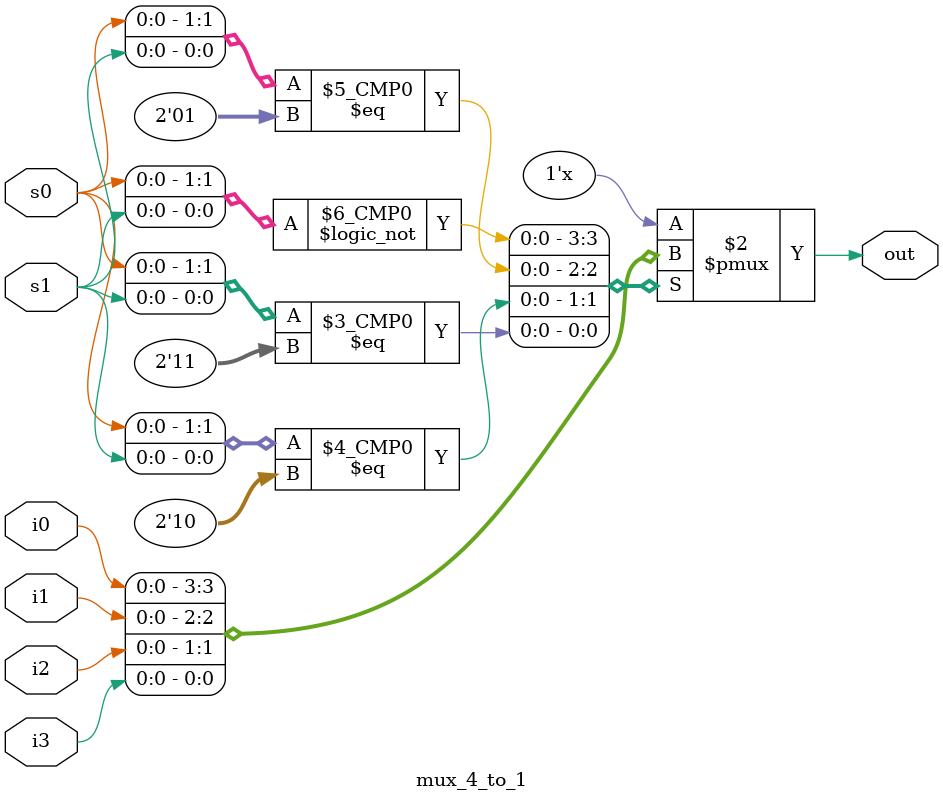
<source format=v>
module mux_4_to_1(
    out,
    i0,i1,i2,i3,
    s0,s1
);
    output reg out;
    input i0,i1,i2,i3;
    input s0,s1;

    // s0 s1 -> out
    // 00 -> i0
    // 01 -> i1
    // 10 -> i2
    // 11 -> i3
    always @(*) begin
        case({s0,s1})
            2'b00: out = i0;
            2'b01: out = i1;
            2'b10: out = i2;
            2'b11: out = i3;
        endcase
    end

endmodule
</source>
